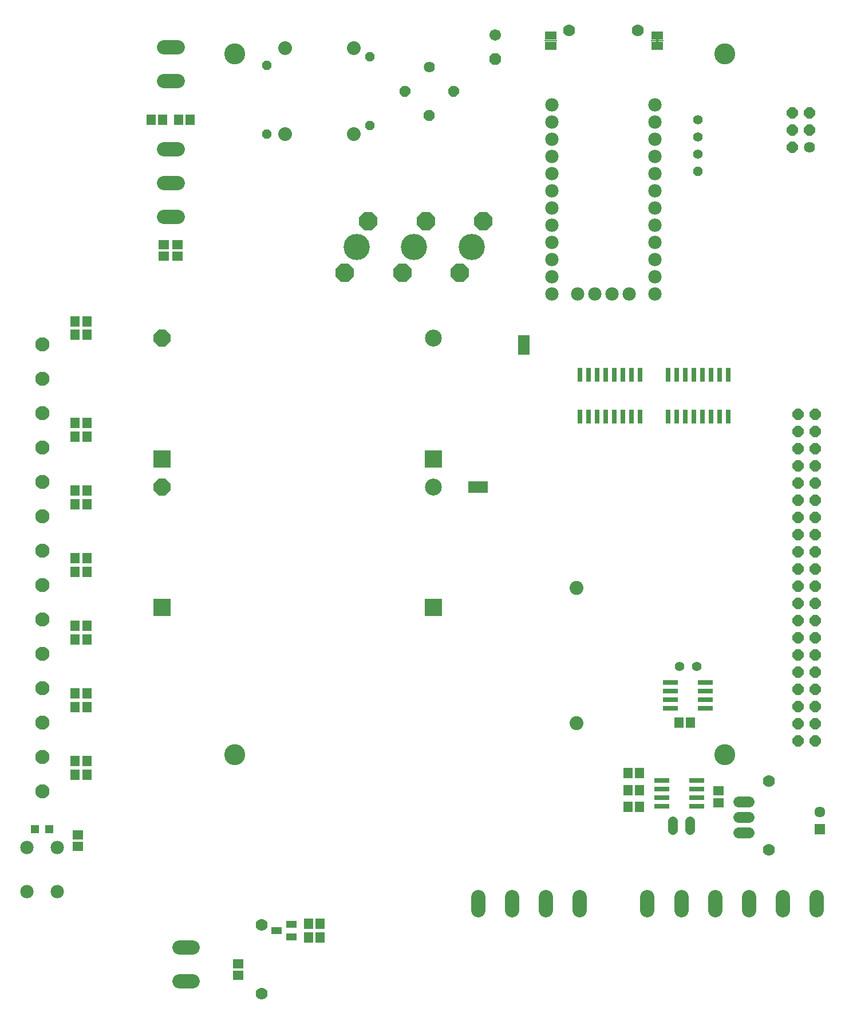
<source format=gts>
G75*
G70*
%OFA0B0*%
%FSLAX24Y24*%
%IPPOS*%
%LPD*%
%AMOC8*
5,1,8,0,0,1.08239X$1,22.5*
%
%ADD10C,0.1221*%
%ADD11R,0.0906X0.0276*%
%ADD12R,0.0552X0.0631*%
%ADD13C,0.0560*%
%ADD14C,0.0808*%
%ADD15C,0.0780*%
%ADD16OC8,0.0555*%
%ADD17C,0.0555*%
%ADD18C,0.0820*%
%ADD19R,0.0631X0.0552*%
%ADD20R,0.0300X0.0840*%
%ADD21C,0.0800*%
%ADD22OC8,0.0560*%
%ADD23OC8,0.0640*%
%ADD24R,0.0650X0.1150*%
%ADD25R,0.1150X0.0650*%
%ADD26R,0.0670X0.0500*%
%ADD27R,0.0120X0.0290*%
%ADD28R,0.0720X0.0060*%
%ADD29R,0.0985X0.0985*%
%ADD30OC8,0.0985*%
%ADD31C,0.0985*%
%ADD32C,0.0640*%
%ADD33C,0.0560*%
%ADD34C,0.0700*%
%ADD35R,0.0591X0.0434*%
%ADD36OC8,0.1040*%
%ADD37C,0.1528*%
%ADD38C,0.0640*%
%ADD39OC8,0.0670*%
%ADD40C,0.0670*%
%ADD41C,0.0128*%
%ADD42R,0.0634X0.0634*%
%ADD43C,0.0634*%
%ADD44R,0.0512X0.0512*%
%ADD45C,0.0827*%
D10*
X015012Y015898D03*
X043556Y015898D03*
X043556Y056646D03*
X015012Y056646D03*
D11*
X040367Y020093D03*
X040367Y019593D03*
X040367Y019093D03*
X040367Y018593D03*
X042414Y018593D03*
X042414Y019093D03*
X042414Y019593D03*
X042414Y020093D03*
X041922Y014384D03*
X041922Y013884D03*
X041922Y013384D03*
X041922Y012884D03*
X039874Y012884D03*
X039874Y013384D03*
X039874Y013884D03*
X039874Y014384D03*
D12*
X038575Y014815D03*
X038575Y013831D03*
X037906Y013831D03*
X037906Y014815D03*
X037906Y012847D03*
X038575Y012847D03*
X040859Y017768D03*
X041528Y017768D03*
X019973Y006056D03*
X019304Y006056D03*
X019304Y005268D03*
X019973Y005268D03*
X006390Y014717D03*
X005721Y014717D03*
X005721Y015504D03*
X006390Y015504D03*
X006390Y018654D03*
X006390Y019441D03*
X005721Y019441D03*
X005721Y018654D03*
X005721Y022591D03*
X005721Y023378D03*
X006390Y023378D03*
X006390Y022591D03*
X006390Y026528D03*
X006390Y027315D03*
X005721Y027315D03*
X005721Y026528D03*
X005721Y030465D03*
X005721Y031252D03*
X006390Y031252D03*
X006390Y030465D03*
X006390Y034402D03*
X005721Y034402D03*
X005721Y035189D03*
X006390Y035189D03*
X006390Y040307D03*
X005721Y040307D03*
X005721Y041095D03*
X006390Y041095D03*
X010150Y052807D03*
X010819Y052807D03*
X011725Y052807D03*
X012394Y052807D03*
D13*
X040890Y021016D03*
X041890Y021016D03*
D14*
X034894Y017709D03*
X034894Y025583D03*
D15*
X002902Y007925D03*
X004682Y007925D03*
X004682Y010485D03*
X002902Y010485D03*
X033469Y042674D03*
X033469Y043674D03*
X033469Y044674D03*
X033469Y045674D03*
X033469Y046674D03*
X033469Y047674D03*
X033469Y048674D03*
X033469Y049674D03*
X033469Y050674D03*
X033469Y051674D03*
X033469Y052674D03*
X033469Y053674D03*
X039469Y053674D03*
X039469Y052674D03*
X039469Y051674D03*
X039469Y050674D03*
X039469Y049674D03*
X039469Y048674D03*
X039469Y047674D03*
X039469Y046674D03*
X039469Y045674D03*
X039469Y044674D03*
X039469Y043674D03*
X039469Y042674D03*
X037969Y042674D03*
X036969Y042674D03*
X035969Y042674D03*
X034969Y042674D03*
D16*
X041981Y049831D03*
D17*
X041981Y050831D03*
X041981Y051831D03*
X041981Y052831D03*
D18*
X011662Y051136D02*
X010882Y051136D01*
X010882Y049166D02*
X011662Y049166D01*
X011662Y047196D02*
X010882Y047196D01*
X010882Y055076D02*
X011662Y055076D01*
X011662Y057046D02*
X010882Y057046D01*
X029180Y007627D02*
X029180Y006847D01*
X031150Y006847D02*
X031150Y007627D01*
X033117Y007627D02*
X033117Y006847D01*
X035087Y006847D02*
X035087Y007627D01*
X039022Y007627D02*
X039022Y006847D01*
X040992Y006847D02*
X040992Y007627D01*
X042959Y007627D02*
X042959Y006847D01*
X044929Y006847D02*
X044929Y007627D01*
X046896Y007627D02*
X046896Y006847D01*
X048866Y006847D02*
X048866Y007627D01*
X012548Y004683D02*
X011768Y004683D01*
X011768Y002713D02*
X012548Y002713D01*
D19*
X015209Y003063D03*
X015209Y003733D03*
X005859Y010544D03*
X005859Y011213D03*
X010878Y044894D03*
X010878Y045563D03*
X011666Y045563D03*
X011666Y044894D03*
X043162Y013772D03*
X043162Y013103D03*
D20*
X043231Y035554D03*
X043731Y035554D03*
X042731Y035554D03*
X042231Y035554D03*
X041731Y035554D03*
X041231Y035554D03*
X040731Y035554D03*
X040231Y035554D03*
X038613Y035554D03*
X038113Y035554D03*
X037613Y035554D03*
X037113Y035554D03*
X036613Y035554D03*
X036113Y035554D03*
X035613Y035554D03*
X035113Y035554D03*
X035113Y037974D03*
X035613Y037974D03*
X036113Y037974D03*
X036613Y037974D03*
X037113Y037974D03*
X037613Y037974D03*
X038113Y037974D03*
X038613Y037974D03*
X040231Y037974D03*
X040731Y037974D03*
X041231Y037974D03*
X041731Y037974D03*
X042231Y037974D03*
X042731Y037974D03*
X043231Y037974D03*
X043731Y037974D03*
D21*
X021933Y051981D03*
X017933Y051981D03*
X017933Y056981D03*
X021933Y056981D03*
D22*
X022886Y056481D03*
X022886Y052481D03*
X016882Y051989D03*
X016882Y055989D03*
D23*
X047485Y053217D03*
X048485Y053217D03*
X048485Y052217D03*
X047485Y052217D03*
X047485Y051217D03*
X047792Y035693D03*
X047792Y034693D03*
X047792Y033693D03*
X047792Y032693D03*
X047792Y031693D03*
X047792Y030693D03*
X047792Y029693D03*
X047792Y028693D03*
X047792Y027693D03*
X047792Y026693D03*
X047792Y025693D03*
X047792Y024693D03*
X047792Y023693D03*
X047792Y022693D03*
X047792Y021693D03*
X047792Y020693D03*
X047792Y019693D03*
X047792Y018693D03*
X047792Y017693D03*
X047792Y016693D03*
X048792Y016693D03*
X048792Y017693D03*
X048792Y018693D03*
X048792Y019693D03*
X048792Y020693D03*
X048792Y021693D03*
X048792Y022693D03*
X048792Y023693D03*
X048792Y024693D03*
X048792Y025693D03*
X048792Y026693D03*
X048792Y027693D03*
X048792Y028693D03*
X048792Y029693D03*
X048792Y030693D03*
X048792Y031693D03*
X048792Y032693D03*
X048792Y033693D03*
X048792Y034693D03*
X048792Y035693D03*
D24*
X031843Y039717D03*
D25*
X029185Y031449D03*
D26*
X033418Y057133D03*
X033418Y057733D03*
X039619Y057733D03*
X039619Y057133D03*
D27*
X039619Y057433D03*
D28*
X039619Y057433D03*
X033418Y057433D03*
D29*
X026587Y033103D03*
X026587Y024441D03*
X010760Y024441D03*
X010760Y033103D03*
D30*
X010760Y031449D03*
X010760Y040111D03*
D31*
X026587Y040111D03*
X026587Y031449D03*
D32*
X044330Y013156D02*
X044930Y013156D01*
X044930Y012256D02*
X044330Y012256D01*
X044330Y011356D02*
X044930Y011356D01*
D33*
X041496Y011504D02*
X041496Y012024D01*
X040496Y012024D02*
X040496Y011504D01*
D34*
X046115Y010355D03*
X046115Y014355D03*
X016587Y005989D03*
X016587Y001989D03*
X034469Y058024D03*
X038469Y058024D03*
D35*
X018300Y006036D03*
X017433Y005662D03*
X018300Y005288D03*
D36*
X021418Y043926D03*
X022780Y046926D03*
X024764Y043926D03*
X026126Y046926D03*
X028111Y043926D03*
X029473Y046926D03*
D37*
X028792Y045426D03*
X025445Y045426D03*
X022099Y045426D03*
D38*
X026331Y055895D03*
X048485Y051217D03*
D39*
X030170Y056340D03*
D40*
X030170Y057740D03*
D41*
X027787Y054290D02*
X027851Y054226D01*
X027639Y054226D01*
X027490Y054375D01*
X027490Y054587D01*
X027639Y054736D01*
X027851Y054736D01*
X028000Y054587D01*
X028000Y054375D01*
X027851Y054226D01*
X027811Y054322D01*
X027679Y054322D01*
X027586Y054415D01*
X027586Y054547D01*
X027679Y054640D01*
X027811Y054640D01*
X027904Y054547D01*
X027904Y054415D01*
X027811Y054322D01*
X027771Y054418D01*
X027719Y054418D01*
X027682Y054455D01*
X027682Y054507D01*
X027719Y054544D01*
X027771Y054544D01*
X027808Y054507D01*
X027808Y054455D01*
X027771Y054418D01*
X026373Y052875D02*
X026437Y052811D01*
X026225Y052811D01*
X026076Y052960D01*
X026076Y053172D01*
X026225Y053321D01*
X026437Y053321D01*
X026586Y053172D01*
X026586Y052960D01*
X026437Y052811D01*
X026397Y052907D01*
X026265Y052907D01*
X026172Y053000D01*
X026172Y053132D01*
X026265Y053225D01*
X026397Y053225D01*
X026490Y053132D01*
X026490Y053000D01*
X026397Y052907D01*
X026357Y053003D01*
X026305Y053003D01*
X026268Y053040D01*
X026268Y053092D01*
X026305Y053129D01*
X026357Y053129D01*
X026394Y053092D01*
X026394Y053040D01*
X026357Y053003D01*
X024959Y054290D02*
X025023Y054226D01*
X024811Y054226D01*
X024662Y054375D01*
X024662Y054587D01*
X024811Y054736D01*
X025023Y054736D01*
X025172Y054587D01*
X025172Y054375D01*
X025023Y054226D01*
X024983Y054322D01*
X024851Y054322D01*
X024758Y054415D01*
X024758Y054547D01*
X024851Y054640D01*
X024983Y054640D01*
X025076Y054547D01*
X025076Y054415D01*
X024983Y054322D01*
X024943Y054418D01*
X024891Y054418D01*
X024854Y054455D01*
X024854Y054507D01*
X024891Y054544D01*
X024943Y054544D01*
X024980Y054507D01*
X024980Y054455D01*
X024943Y054418D01*
D42*
X049067Y011567D03*
D43*
X049067Y012567D03*
D44*
X004205Y011567D03*
X003378Y011567D03*
D45*
X003802Y013750D03*
X003802Y015750D03*
X003802Y017748D03*
X003802Y019748D03*
X003802Y021747D03*
X003802Y023747D03*
X003802Y025745D03*
X003802Y027745D03*
X003802Y029744D03*
X003802Y031744D03*
X003802Y033742D03*
X003802Y035742D03*
X003802Y037741D03*
X003802Y039741D03*
M02*

</source>
